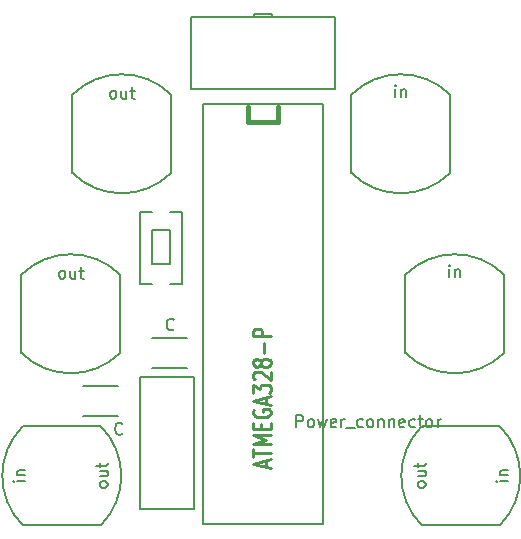
<source format=gto>
G04 #@! TF.FileFunction,Legend,Top*
%FSLAX46Y46*%
G04 Gerber Fmt 4.6, Leading zero omitted, Abs format (unit mm)*
G04 Created by KiCad (PCBNEW 4.0.0-rc2-stable) date Sat 14 Nov 2015 14:56:29 GMT*
%MOMM*%
G01*
G04 APERTURE LIST*
%ADD10C,0.100000*%
%ADD11C,0.150000*%
%ADD12C,0.381000*%
%ADD13C,0.285750*%
G04 APERTURE END LIST*
D10*
D11*
X168656000Y-115570000D02*
X162052000Y-115570000D01*
X168656000Y-123952000D02*
X162052000Y-123952000D01*
X168656000Y-123952000D02*
G75*
G03X168656000Y-115570000I-4191000J4191000D01*
G01*
X162052000Y-115570000D02*
G75*
G03X162052000Y-123952000I4191000J-4191000D01*
G01*
X139196000Y-108097000D02*
X142196000Y-108097000D01*
X142196000Y-110597000D02*
X139196000Y-110597000D01*
X133354000Y-112161000D02*
X136354000Y-112161000D01*
X136354000Y-114661000D02*
X133354000Y-114661000D01*
X138176000Y-122555000D02*
X138176000Y-111379000D01*
X138176000Y-111379000D02*
X142748000Y-111379000D01*
X142748000Y-111379000D02*
X142748000Y-122555000D01*
X142748000Y-122555000D02*
X138176000Y-122555000D01*
X153670000Y-88265000D02*
X153670000Y-123825000D01*
X153670000Y-123825000D02*
X143510000Y-123825000D01*
X143510000Y-123825000D02*
X143510000Y-88265000D01*
X143510000Y-88265000D02*
X153670000Y-88265000D01*
D12*
X149860000Y-88519000D02*
X149860000Y-89789000D01*
X149860000Y-89789000D02*
X147320000Y-89789000D01*
X147320000Y-89789000D02*
X147320000Y-88519000D01*
D11*
X128270000Y-123952000D02*
X134874000Y-123952000D01*
X128270000Y-115570000D02*
X134874000Y-115570000D01*
X128270000Y-115570000D02*
G75*
G03X128270000Y-123952000I4191000J-4191000D01*
G01*
X134874000Y-123952000D02*
G75*
G03X134874000Y-115570000I-4191000J4191000D01*
G01*
X136525000Y-109347000D02*
X136525000Y-102743000D01*
X128143000Y-109347000D02*
X128143000Y-102743000D01*
X128143000Y-109347000D02*
G75*
G03X136525000Y-109347000I4191000J4191000D01*
G01*
X136525000Y-102743000D02*
G75*
G03X128143000Y-102743000I-4191000J-4191000D01*
G01*
X140843000Y-94107000D02*
X140843000Y-87503000D01*
X132461000Y-94107000D02*
X132461000Y-87503000D01*
X132461000Y-94107000D02*
G75*
G03X140843000Y-94107000I4191000J4191000D01*
G01*
X140843000Y-87503000D02*
G75*
G03X132461000Y-87503000I-4191000J-4191000D01*
G01*
X156083000Y-87503000D02*
X156083000Y-94107000D01*
X164465000Y-87503000D02*
X164465000Y-94107000D01*
X164465000Y-87503000D02*
G75*
G03X156083000Y-87503000I-4191000J-4191000D01*
G01*
X156083000Y-94107000D02*
G75*
G03X164465000Y-94107000I4191000J4191000D01*
G01*
X160655000Y-102743000D02*
X160655000Y-109347000D01*
X169037000Y-102743000D02*
X169037000Y-109347000D01*
X169037000Y-102743000D02*
G75*
G03X160655000Y-102743000I-4191000J-4191000D01*
G01*
X160655000Y-109347000D02*
G75*
G03X169037000Y-109347000I4191000J4191000D01*
G01*
X142494000Y-86995000D02*
X142494000Y-80899000D01*
X142494000Y-80899000D02*
X154686000Y-80899000D01*
X154686000Y-80899000D02*
X154686000Y-86995000D01*
X154686000Y-86995000D02*
X142494000Y-86995000D01*
X149352000Y-80899000D02*
X149352000Y-80645000D01*
X149352000Y-80645000D02*
X147828000Y-80645000D01*
X147828000Y-80645000D02*
X147828000Y-80899000D01*
X139192000Y-98933000D02*
X139192000Y-101854000D01*
X140716000Y-98933000D02*
X140716000Y-101854000D01*
X140716000Y-101854000D02*
X139192000Y-101854000D01*
X139192000Y-98933000D02*
X140716000Y-98933000D01*
X139192000Y-97409000D02*
X138176000Y-97409000D01*
X138176000Y-97409000D02*
X138176000Y-103505000D01*
X138176000Y-103505000D02*
X139192000Y-103505000D01*
X141732000Y-97409000D02*
X140716000Y-97409000D01*
X141732000Y-97409000D02*
X141732000Y-103505000D01*
X141732000Y-103505000D02*
X140716000Y-103505000D01*
X162377381Y-120570524D02*
X162329762Y-120665762D01*
X162282143Y-120713381D01*
X162186905Y-120761000D01*
X161901190Y-120761000D01*
X161805952Y-120713381D01*
X161758333Y-120665762D01*
X161710714Y-120570524D01*
X161710714Y-120427666D01*
X161758333Y-120332428D01*
X161805952Y-120284809D01*
X161901190Y-120237190D01*
X162186905Y-120237190D01*
X162282143Y-120284809D01*
X162329762Y-120332428D01*
X162377381Y-120427666D01*
X162377381Y-120570524D01*
X161710714Y-119380047D02*
X162377381Y-119380047D01*
X161710714Y-119808619D02*
X162234524Y-119808619D01*
X162329762Y-119761000D01*
X162377381Y-119665762D01*
X162377381Y-119522904D01*
X162329762Y-119427666D01*
X162282143Y-119380047D01*
X161710714Y-119046714D02*
X161710714Y-118665762D01*
X161377381Y-118903857D02*
X162234524Y-118903857D01*
X162329762Y-118856238D01*
X162377381Y-118761000D01*
X162377381Y-118665762D01*
X169362381Y-120213381D02*
X168695714Y-120213381D01*
X168362381Y-120213381D02*
X168410000Y-120261000D01*
X168457619Y-120213381D01*
X168410000Y-120165762D01*
X168362381Y-120213381D01*
X168457619Y-120213381D01*
X168695714Y-119737191D02*
X169362381Y-119737191D01*
X168790952Y-119737191D02*
X168743333Y-119689572D01*
X168695714Y-119594334D01*
X168695714Y-119451476D01*
X168743333Y-119356238D01*
X168838571Y-119308619D01*
X169362381Y-119308619D01*
X141063624Y-107354643D02*
X141016005Y-107402262D01*
X140873148Y-107449881D01*
X140777910Y-107449881D01*
X140635052Y-107402262D01*
X140539814Y-107307024D01*
X140492195Y-107211786D01*
X140444576Y-107021310D01*
X140444576Y-106878452D01*
X140492195Y-106687976D01*
X140539814Y-106592738D01*
X140635052Y-106497500D01*
X140777910Y-106449881D01*
X140873148Y-106449881D01*
X141016005Y-106497500D01*
X141063624Y-106545119D01*
X136707524Y-116181143D02*
X136659905Y-116228762D01*
X136517048Y-116276381D01*
X136421810Y-116276381D01*
X136278952Y-116228762D01*
X136183714Y-116133524D01*
X136136095Y-116038286D01*
X136088476Y-115847810D01*
X136088476Y-115704952D01*
X136136095Y-115514476D01*
X136183714Y-115419238D01*
X136278952Y-115324000D01*
X136421810Y-115276381D01*
X136517048Y-115276381D01*
X136659905Y-115324000D01*
X136707524Y-115371619D01*
X151432380Y-115641381D02*
X151432380Y-114641381D01*
X151813333Y-114641381D01*
X151908571Y-114689000D01*
X151956190Y-114736619D01*
X152003809Y-114831857D01*
X152003809Y-114974714D01*
X151956190Y-115069952D01*
X151908571Y-115117571D01*
X151813333Y-115165190D01*
X151432380Y-115165190D01*
X152575237Y-115641381D02*
X152479999Y-115593762D01*
X152432380Y-115546143D01*
X152384761Y-115450905D01*
X152384761Y-115165190D01*
X152432380Y-115069952D01*
X152479999Y-115022333D01*
X152575237Y-114974714D01*
X152718095Y-114974714D01*
X152813333Y-115022333D01*
X152860952Y-115069952D01*
X152908571Y-115165190D01*
X152908571Y-115450905D01*
X152860952Y-115546143D01*
X152813333Y-115593762D01*
X152718095Y-115641381D01*
X152575237Y-115641381D01*
X153241904Y-114974714D02*
X153432380Y-115641381D01*
X153622857Y-115165190D01*
X153813333Y-115641381D01*
X154003809Y-114974714D01*
X154765714Y-115593762D02*
X154670476Y-115641381D01*
X154479999Y-115641381D01*
X154384761Y-115593762D01*
X154337142Y-115498524D01*
X154337142Y-115117571D01*
X154384761Y-115022333D01*
X154479999Y-114974714D01*
X154670476Y-114974714D01*
X154765714Y-115022333D01*
X154813333Y-115117571D01*
X154813333Y-115212810D01*
X154337142Y-115308048D01*
X155241904Y-115641381D02*
X155241904Y-114974714D01*
X155241904Y-115165190D02*
X155289523Y-115069952D01*
X155337142Y-115022333D01*
X155432380Y-114974714D01*
X155527619Y-114974714D01*
X155622857Y-115736619D02*
X156384762Y-115736619D01*
X157051429Y-115593762D02*
X156956191Y-115641381D01*
X156765714Y-115641381D01*
X156670476Y-115593762D01*
X156622857Y-115546143D01*
X156575238Y-115450905D01*
X156575238Y-115165190D01*
X156622857Y-115069952D01*
X156670476Y-115022333D01*
X156765714Y-114974714D01*
X156956191Y-114974714D01*
X157051429Y-115022333D01*
X157622857Y-115641381D02*
X157527619Y-115593762D01*
X157480000Y-115546143D01*
X157432381Y-115450905D01*
X157432381Y-115165190D01*
X157480000Y-115069952D01*
X157527619Y-115022333D01*
X157622857Y-114974714D01*
X157765715Y-114974714D01*
X157860953Y-115022333D01*
X157908572Y-115069952D01*
X157956191Y-115165190D01*
X157956191Y-115450905D01*
X157908572Y-115546143D01*
X157860953Y-115593762D01*
X157765715Y-115641381D01*
X157622857Y-115641381D01*
X158384762Y-114974714D02*
X158384762Y-115641381D01*
X158384762Y-115069952D02*
X158432381Y-115022333D01*
X158527619Y-114974714D01*
X158670477Y-114974714D01*
X158765715Y-115022333D01*
X158813334Y-115117571D01*
X158813334Y-115641381D01*
X159289524Y-114974714D02*
X159289524Y-115641381D01*
X159289524Y-115069952D02*
X159337143Y-115022333D01*
X159432381Y-114974714D01*
X159575239Y-114974714D01*
X159670477Y-115022333D01*
X159718096Y-115117571D01*
X159718096Y-115641381D01*
X160575239Y-115593762D02*
X160480001Y-115641381D01*
X160289524Y-115641381D01*
X160194286Y-115593762D01*
X160146667Y-115498524D01*
X160146667Y-115117571D01*
X160194286Y-115022333D01*
X160289524Y-114974714D01*
X160480001Y-114974714D01*
X160575239Y-115022333D01*
X160622858Y-115117571D01*
X160622858Y-115212810D01*
X160146667Y-115308048D01*
X161480001Y-115593762D02*
X161384763Y-115641381D01*
X161194286Y-115641381D01*
X161099048Y-115593762D01*
X161051429Y-115546143D01*
X161003810Y-115450905D01*
X161003810Y-115165190D01*
X161051429Y-115069952D01*
X161099048Y-115022333D01*
X161194286Y-114974714D01*
X161384763Y-114974714D01*
X161480001Y-115022333D01*
X161765715Y-114974714D02*
X162146667Y-114974714D01*
X161908572Y-114641381D02*
X161908572Y-115498524D01*
X161956191Y-115593762D01*
X162051429Y-115641381D01*
X162146667Y-115641381D01*
X162622858Y-115641381D02*
X162527620Y-115593762D01*
X162480001Y-115546143D01*
X162432382Y-115450905D01*
X162432382Y-115165190D01*
X162480001Y-115069952D01*
X162527620Y-115022333D01*
X162622858Y-114974714D01*
X162765716Y-114974714D01*
X162860954Y-115022333D01*
X162908573Y-115069952D01*
X162956192Y-115165190D01*
X162956192Y-115450905D01*
X162908573Y-115546143D01*
X162860954Y-115593762D01*
X162765716Y-115641381D01*
X162622858Y-115641381D01*
X163384763Y-115641381D02*
X163384763Y-114974714D01*
X163384763Y-115165190D02*
X163432382Y-115069952D01*
X163480001Y-115022333D01*
X163575239Y-114974714D01*
X163670478Y-114974714D01*
D13*
X148844000Y-119008071D02*
X148844000Y-118463785D01*
X149279429Y-119116928D02*
X147755429Y-118735928D01*
X149279429Y-118354928D01*
X147755429Y-118137214D02*
X147755429Y-117484071D01*
X149279429Y-117810642D02*
X147755429Y-117810642D01*
X149279429Y-117103071D02*
X147755429Y-117103071D01*
X148844000Y-116722071D01*
X147755429Y-116341071D01*
X149279429Y-116341071D01*
X148481143Y-115796785D02*
X148481143Y-115415785D01*
X149279429Y-115252499D02*
X149279429Y-115796785D01*
X147755429Y-115796785D01*
X147755429Y-115252499D01*
X147828000Y-114163928D02*
X147755429Y-114272785D01*
X147755429Y-114436071D01*
X147828000Y-114599356D01*
X147973143Y-114708214D01*
X148118286Y-114762642D01*
X148408571Y-114817071D01*
X148626286Y-114817071D01*
X148916571Y-114762642D01*
X149061714Y-114708214D01*
X149206857Y-114599356D01*
X149279429Y-114436071D01*
X149279429Y-114327214D01*
X149206857Y-114163928D01*
X149134286Y-114109499D01*
X148626286Y-114109499D01*
X148626286Y-114327214D01*
X148844000Y-113674071D02*
X148844000Y-113129785D01*
X149279429Y-113782928D02*
X147755429Y-113401928D01*
X149279429Y-113020928D01*
X147755429Y-112748785D02*
X147755429Y-112041214D01*
X148336000Y-112422214D01*
X148336000Y-112258928D01*
X148408571Y-112150071D01*
X148481143Y-112095642D01*
X148626286Y-112041214D01*
X148989143Y-112041214D01*
X149134286Y-112095642D01*
X149206857Y-112150071D01*
X149279429Y-112258928D01*
X149279429Y-112585500D01*
X149206857Y-112694357D01*
X149134286Y-112748785D01*
X147900571Y-111605786D02*
X147828000Y-111551357D01*
X147755429Y-111442500D01*
X147755429Y-111170357D01*
X147828000Y-111061500D01*
X147900571Y-111007071D01*
X148045714Y-110952643D01*
X148190857Y-110952643D01*
X148408571Y-111007071D01*
X149279429Y-111660214D01*
X149279429Y-110952643D01*
X148408571Y-110299500D02*
X148336000Y-110408358D01*
X148263429Y-110462786D01*
X148118286Y-110517215D01*
X148045714Y-110517215D01*
X147900571Y-110462786D01*
X147828000Y-110408358D01*
X147755429Y-110299500D01*
X147755429Y-110081786D01*
X147828000Y-109972929D01*
X147900571Y-109918500D01*
X148045714Y-109864072D01*
X148118286Y-109864072D01*
X148263429Y-109918500D01*
X148336000Y-109972929D01*
X148408571Y-110081786D01*
X148408571Y-110299500D01*
X148481143Y-110408358D01*
X148553714Y-110462786D01*
X148698857Y-110517215D01*
X148989143Y-110517215D01*
X149134286Y-110462786D01*
X149206857Y-110408358D01*
X149279429Y-110299500D01*
X149279429Y-110081786D01*
X149206857Y-109972929D01*
X149134286Y-109918500D01*
X148989143Y-109864072D01*
X148698857Y-109864072D01*
X148553714Y-109918500D01*
X148481143Y-109972929D01*
X148408571Y-110081786D01*
X148698857Y-109374215D02*
X148698857Y-108503358D01*
X149279429Y-107959072D02*
X147755429Y-107959072D01*
X147755429Y-107523644D01*
X147828000Y-107414786D01*
X147900571Y-107360358D01*
X148045714Y-107305929D01*
X148263429Y-107305929D01*
X148408571Y-107360358D01*
X148481143Y-107414786D01*
X148553714Y-107523644D01*
X148553714Y-107959072D01*
D11*
X135453381Y-120570524D02*
X135405762Y-120665762D01*
X135358143Y-120713381D01*
X135262905Y-120761000D01*
X134977190Y-120761000D01*
X134881952Y-120713381D01*
X134834333Y-120665762D01*
X134786714Y-120570524D01*
X134786714Y-120427666D01*
X134834333Y-120332428D01*
X134881952Y-120284809D01*
X134977190Y-120237190D01*
X135262905Y-120237190D01*
X135358143Y-120284809D01*
X135405762Y-120332428D01*
X135453381Y-120427666D01*
X135453381Y-120570524D01*
X134786714Y-119380047D02*
X135453381Y-119380047D01*
X134786714Y-119808619D02*
X135310524Y-119808619D01*
X135405762Y-119761000D01*
X135453381Y-119665762D01*
X135453381Y-119522904D01*
X135405762Y-119427666D01*
X135358143Y-119380047D01*
X134786714Y-119046714D02*
X134786714Y-118665762D01*
X134453381Y-118903857D02*
X135310524Y-118903857D01*
X135405762Y-118856238D01*
X135453381Y-118761000D01*
X135453381Y-118665762D01*
X128468381Y-120213381D02*
X127801714Y-120213381D01*
X127468381Y-120213381D02*
X127516000Y-120261000D01*
X127563619Y-120213381D01*
X127516000Y-120165762D01*
X127468381Y-120213381D01*
X127563619Y-120213381D01*
X127801714Y-119737191D02*
X128468381Y-119737191D01*
X127896952Y-119737191D02*
X127849333Y-119689572D01*
X127801714Y-119594334D01*
X127801714Y-119451476D01*
X127849333Y-119356238D01*
X127944571Y-119308619D01*
X128468381Y-119308619D01*
X131524476Y-103068381D02*
X131429238Y-103020762D01*
X131381619Y-102973143D01*
X131334000Y-102877905D01*
X131334000Y-102592190D01*
X131381619Y-102496952D01*
X131429238Y-102449333D01*
X131524476Y-102401714D01*
X131667334Y-102401714D01*
X131762572Y-102449333D01*
X131810191Y-102496952D01*
X131857810Y-102592190D01*
X131857810Y-102877905D01*
X131810191Y-102973143D01*
X131762572Y-103020762D01*
X131667334Y-103068381D01*
X131524476Y-103068381D01*
X132714953Y-102401714D02*
X132714953Y-103068381D01*
X132286381Y-102401714D02*
X132286381Y-102925524D01*
X132334000Y-103020762D01*
X132429238Y-103068381D01*
X132572096Y-103068381D01*
X132667334Y-103020762D01*
X132714953Y-102973143D01*
X133048286Y-102401714D02*
X133429238Y-102401714D01*
X133191143Y-102068381D02*
X133191143Y-102925524D01*
X133238762Y-103020762D01*
X133334000Y-103068381D01*
X133429238Y-103068381D01*
X135842476Y-87828381D02*
X135747238Y-87780762D01*
X135699619Y-87733143D01*
X135652000Y-87637905D01*
X135652000Y-87352190D01*
X135699619Y-87256952D01*
X135747238Y-87209333D01*
X135842476Y-87161714D01*
X135985334Y-87161714D01*
X136080572Y-87209333D01*
X136128191Y-87256952D01*
X136175810Y-87352190D01*
X136175810Y-87637905D01*
X136128191Y-87733143D01*
X136080572Y-87780762D01*
X135985334Y-87828381D01*
X135842476Y-87828381D01*
X137032953Y-87161714D02*
X137032953Y-87828381D01*
X136604381Y-87161714D02*
X136604381Y-87685524D01*
X136652000Y-87780762D01*
X136747238Y-87828381D01*
X136890096Y-87828381D01*
X136985334Y-87780762D01*
X137032953Y-87733143D01*
X137366286Y-87161714D02*
X137747238Y-87161714D01*
X137509143Y-86828381D02*
X137509143Y-87685524D01*
X137556762Y-87780762D01*
X137652000Y-87828381D01*
X137747238Y-87828381D01*
X159821619Y-87701381D02*
X159821619Y-87034714D01*
X159821619Y-86701381D02*
X159774000Y-86749000D01*
X159821619Y-86796619D01*
X159869238Y-86749000D01*
X159821619Y-86701381D01*
X159821619Y-86796619D01*
X160297809Y-87034714D02*
X160297809Y-87701381D01*
X160297809Y-87129952D02*
X160345428Y-87082333D01*
X160440666Y-87034714D01*
X160583524Y-87034714D01*
X160678762Y-87082333D01*
X160726381Y-87177571D01*
X160726381Y-87701381D01*
X164393619Y-102941381D02*
X164393619Y-102274714D01*
X164393619Y-101941381D02*
X164346000Y-101989000D01*
X164393619Y-102036619D01*
X164441238Y-101989000D01*
X164393619Y-101941381D01*
X164393619Y-102036619D01*
X164869809Y-102274714D02*
X164869809Y-102941381D01*
X164869809Y-102369952D02*
X164917428Y-102322333D01*
X165012666Y-102274714D01*
X165155524Y-102274714D01*
X165250762Y-102322333D01*
X165298381Y-102417571D01*
X165298381Y-102941381D01*
M02*

</source>
